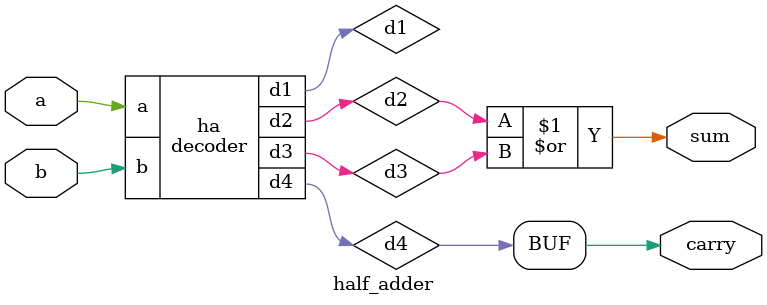
<source format=v>
module decoder(
  input wire a,b,
  output reg d1,d2,d3,d4
);
  always@(*) begin
    {d1,d2,d3,d4} = 0000;
    case({a,b})
      2'b00: d1=1;
      2'b01: d2=1'b1;
      2'b10: d3=1'b1;
      2'b11: d4=1'b1;
    endcase
  end
endmodule

module half_adder(
  input wire a,b,
  output reg sum,carry
);
  wire d1,d2,d3,d4;
  decoder ha(.a(a),
             .b(b),
             .d1(d1),
             .d2(d2),
             .d3(d3),
             .d4(d4));
  assign sum = d2|d3;
  assign carry = d4;
endmodule

</source>
